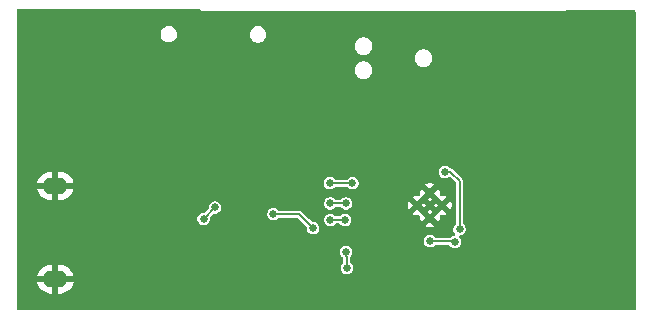
<source format=gbl>
%TF.GenerationSoftware,KiCad,Pcbnew,9.0.3*%
%TF.CreationDate,2025-09-07T06:19:25+02:00*%
%TF.ProjectId,LoTiBloxy,4c6f5469-426c-46f7-9879-2e6b69636164,rev?*%
%TF.SameCoordinates,Original*%
%TF.FileFunction,Copper,L2,Bot*%
%TF.FilePolarity,Positive*%
%FSLAX46Y46*%
G04 Gerber Fmt 4.6, Leading zero omitted, Abs format (unit mm)*
G04 Created by KiCad (PCBNEW 9.0.3) date 2025-09-07 06:19:25*
%MOMM*%
%LPD*%
G01*
G04 APERTURE LIST*
%TA.AperFunction,ComponentPad*%
%ADD10C,0.650000*%
%TD*%
%TA.AperFunction,ComponentPad*%
%ADD11O,2.108200X1.422400*%
%TD*%
%TA.AperFunction,ViaPad*%
%ADD12C,0.600000*%
%TD*%
%TA.AperFunction,ViaPad*%
%ADD13C,0.650000*%
%TD*%
%TA.AperFunction,Conductor*%
%ADD14C,0.200000*%
%TD*%
G04 APERTURE END LIST*
D10*
%TO.P,U2,33,EGP*%
%TO.N,GND*%
X115565000Y-99268196D03*
X114540000Y-100318196D03*
X114540000Y-98218196D03*
X114539997Y-99268196D03*
X113465000Y-99268196D03*
%TD*%
D11*
%TO.P,J3,6,Shield*%
%TO.N,GND*%
X82829299Y-97625000D03*
X82829299Y-105525000D03*
%TD*%
D12*
%TO.N,GND*%
X96174700Y-100975300D03*
X95325000Y-101750000D03*
X92850000Y-104250000D03*
X84375000Y-105525000D03*
X124495000Y-97955000D03*
X85450000Y-97750000D03*
X87050000Y-99100000D03*
X120000000Y-91875000D03*
X91650000Y-93000000D03*
X96250000Y-107600000D03*
X95321600Y-106771600D03*
X113300000Y-93738196D03*
X106400000Y-105750000D03*
X126150000Y-102725000D03*
X114525000Y-104925000D03*
X120950000Y-101900000D03*
X131075000Y-103900000D03*
X111060735Y-104909137D03*
X98166800Y-96316800D03*
X103775000Y-104200000D03*
X115640000Y-92410000D03*
X82850000Y-95950000D03*
X123700000Y-86800000D03*
X124500000Y-96300000D03*
X100875000Y-94350000D03*
X93200000Y-91200000D03*
X90450000Y-100600000D03*
X116700000Y-93700000D03*
X102880000Y-103105000D03*
X93175000Y-88975000D03*
X123250000Y-95200000D03*
X94300000Y-94000000D03*
X114350000Y-92700000D03*
X99475000Y-97325000D03*
X119585000Y-106050001D03*
X119845000Y-102795000D03*
X124600000Y-102800000D03*
X90000000Y-88975000D03*
X93250000Y-93200000D03*
X98960000Y-95140000D03*
X81225000Y-100375000D03*
X112050000Y-105850000D03*
X82850000Y-103850000D03*
X128250000Y-102800000D03*
X93088873Y-99038873D03*
X87200000Y-100250000D03*
X93975000Y-105374400D03*
X82800000Y-106825000D03*
X82850000Y-99400000D03*
X105475000Y-87600000D03*
X123245000Y-98895000D03*
X110375000Y-103896400D03*
X81200000Y-102700000D03*
X86732618Y-104056948D03*
X94350000Y-92250000D03*
X110175000Y-84575000D03*
X127250000Y-103650000D03*
X122301804Y-102798196D03*
X121900000Y-94700000D03*
X91850000Y-99650000D03*
X103250000Y-91850000D03*
X123390000Y-103640000D03*
X101600000Y-106000000D03*
X85400000Y-105150000D03*
X93975000Y-102991294D03*
X94300000Y-90200000D03*
X103250000Y-93475000D03*
X113600000Y-105850000D03*
X109480000Y-103080000D03*
X81000000Y-97600000D03*
D13*
%TO.N,/VLED*%
X95376600Y-100406600D03*
X96331902Y-99451298D03*
%TO.N,/VDD_1V8*%
X117043200Y-101295200D03*
X114550000Y-102300000D03*
X116659018Y-102379509D03*
X107500000Y-104565000D03*
X115800000Y-96450000D03*
X107450000Y-103215000D03*
%TO.N,/MCU/batCheck*%
X104650000Y-101200000D03*
X101281475Y-100025000D03*
%TO.N,/SDA*%
X106100000Y-99100000D03*
X107430000Y-99100000D03*
%TO.N,/SCL*%
X106050000Y-97400000D03*
X107975000Y-97400000D03*
%TO.N,/INTB*%
X106104000Y-100500000D03*
X107354000Y-100500000D03*
%TD*%
D14*
%TO.N,/VDD_1V8*%
X114739998Y-102300000D02*
X114751198Y-102311200D01*
X114550000Y-102300000D02*
X114739998Y-102300000D01*
X116361200Y-102311200D02*
X116429509Y-102379509D01*
X116429509Y-102379509D02*
X116659018Y-102379509D01*
X114751198Y-102311200D02*
X116361200Y-102311200D01*
%TO.N,/VLED*%
X96331902Y-99451298D02*
X95376600Y-100406600D01*
%TO.N,/VDD_1V8*%
X115800000Y-96450000D02*
X116262000Y-96450000D01*
X116262000Y-96450000D02*
X117043200Y-97231200D01*
X107500000Y-103650000D02*
X107500000Y-104565000D01*
X107450000Y-103215000D02*
X107450000Y-103600000D01*
X117043200Y-97231200D02*
X117043200Y-101295200D01*
X107450000Y-103600000D02*
X107500000Y-103650000D01*
%TO.N,/MCU/batCheck*%
X103475000Y-100025000D02*
X101281475Y-100025000D01*
X104650000Y-101200000D02*
X103475000Y-100025000D01*
%TO.N,/SDA*%
X107430000Y-99100000D02*
X106100000Y-99100000D01*
%TO.N,/SCL*%
X107975000Y-97400000D02*
X106050000Y-97400000D01*
%TO.N,/INTB*%
X107354000Y-100500000D02*
X106104000Y-100500000D01*
%TD*%
%TA.AperFunction,Conductor*%
%TO.N,GND*%
G36*
X95015677Y-82644685D02*
G01*
X95036319Y-82661319D01*
X95175000Y-82800000D01*
X126000000Y-82800000D01*
X126013681Y-82786319D01*
X126075004Y-82752834D01*
X126101362Y-82750000D01*
X131826000Y-82750000D01*
X131893039Y-82769685D01*
X131938794Y-82822489D01*
X131950000Y-82874000D01*
X131950000Y-108026000D01*
X131930315Y-108093039D01*
X131877511Y-108138794D01*
X131826000Y-108150000D01*
X79674000Y-108150000D01*
X79606961Y-108130315D01*
X79561206Y-108077511D01*
X79550000Y-108026000D01*
X79550000Y-105275000D01*
X81299699Y-105275000D01*
X82309811Y-105275000D01*
X82299247Y-105281099D01*
X82242498Y-105337848D01*
X82202371Y-105407352D01*
X82181599Y-105484872D01*
X82181599Y-105565128D01*
X82202371Y-105642648D01*
X82242498Y-105712152D01*
X82299247Y-105768901D01*
X82309811Y-105775000D01*
X81299699Y-105775000D01*
X81305025Y-105808630D01*
X81363934Y-105989936D01*
X81450488Y-106159807D01*
X81562550Y-106314045D01*
X81562550Y-106314046D01*
X81697352Y-106448848D01*
X81851591Y-106560910D01*
X82021462Y-106647464D01*
X82202772Y-106706375D01*
X82391077Y-106736200D01*
X82579299Y-106736200D01*
X82579299Y-105829800D01*
X83079299Y-105829800D01*
X83079299Y-106736200D01*
X83267521Y-106736200D01*
X83455823Y-106706375D01*
X83455826Y-106706375D01*
X83637135Y-106647464D01*
X83807006Y-106560910D01*
X83961244Y-106448848D01*
X83961245Y-106448848D01*
X84096047Y-106314046D01*
X84096047Y-106314045D01*
X84208109Y-106159807D01*
X84294663Y-105989936D01*
X84353572Y-105808630D01*
X84358899Y-105775000D01*
X83348787Y-105775000D01*
X83359351Y-105768901D01*
X83416100Y-105712152D01*
X83456227Y-105642648D01*
X83476999Y-105565128D01*
X83476999Y-105484872D01*
X83456227Y-105407352D01*
X83416100Y-105337848D01*
X83359351Y-105281099D01*
X83348787Y-105275000D01*
X84358899Y-105275000D01*
X84353572Y-105241369D01*
X84294663Y-105060063D01*
X84208109Y-104890192D01*
X84096047Y-104735954D01*
X84096047Y-104735953D01*
X83961245Y-104601151D01*
X83807006Y-104489089D01*
X83637135Y-104402535D01*
X83455825Y-104343624D01*
X83267521Y-104313800D01*
X83079299Y-104313800D01*
X83079299Y-105220200D01*
X82579299Y-105220200D01*
X82579299Y-104313800D01*
X82391077Y-104313800D01*
X82202774Y-104343624D01*
X82202771Y-104343624D01*
X82021462Y-104402535D01*
X81851591Y-104489089D01*
X81697353Y-104601151D01*
X81697352Y-104601151D01*
X81562550Y-104735953D01*
X81562550Y-104735954D01*
X81450488Y-104890192D01*
X81363934Y-105060063D01*
X81305025Y-105241369D01*
X81299699Y-105275000D01*
X79550000Y-105275000D01*
X79550000Y-103145817D01*
X106924500Y-103145817D01*
X106924500Y-103284182D01*
X106960312Y-103417835D01*
X106960313Y-103417838D01*
X107029492Y-103537661D01*
X107029496Y-103537666D01*
X107132633Y-103640803D01*
X107136926Y-103647165D01*
X107140780Y-103649788D01*
X107147428Y-103662725D01*
X107159069Y-103679974D01*
X107162476Y-103687988D01*
X107169979Y-103715989D01*
X107186662Y-103744885D01*
X107189617Y-103751836D01*
X107192027Y-103772458D01*
X107199500Y-103800346D01*
X107199500Y-104070968D01*
X107179815Y-104138007D01*
X107163181Y-104158649D01*
X107079496Y-104242333D01*
X107079492Y-104242338D01*
X107010313Y-104362161D01*
X107010312Y-104362164D01*
X106974500Y-104495817D01*
X106974500Y-104634183D01*
X107001770Y-104735954D01*
X107010312Y-104767835D01*
X107010313Y-104767838D01*
X107079492Y-104887661D01*
X107079494Y-104887664D01*
X107079495Y-104887665D01*
X107177335Y-104985505D01*
X107297164Y-105054688D01*
X107430817Y-105090500D01*
X107430819Y-105090500D01*
X107569181Y-105090500D01*
X107569183Y-105090500D01*
X107702836Y-105054688D01*
X107822665Y-104985505D01*
X107920505Y-104887665D01*
X107989688Y-104767836D01*
X108025500Y-104634183D01*
X108025500Y-104495817D01*
X107989688Y-104362164D01*
X107920505Y-104242335D01*
X107836819Y-104158649D01*
X107803334Y-104097326D01*
X107800500Y-104070968D01*
X107800500Y-103659032D01*
X107820185Y-103591993D01*
X107836820Y-103571350D01*
X107870503Y-103537667D01*
X107870503Y-103537666D01*
X107870505Y-103537665D01*
X107939688Y-103417836D01*
X107975500Y-103284183D01*
X107975500Y-103145817D01*
X107939688Y-103012164D01*
X107905096Y-102952249D01*
X107870507Y-102892338D01*
X107870503Y-102892333D01*
X107772666Y-102794496D01*
X107772661Y-102794492D01*
X107652838Y-102725313D01*
X107652837Y-102725312D01*
X107652836Y-102725312D01*
X107519183Y-102689500D01*
X107380817Y-102689500D01*
X107247164Y-102725312D01*
X107247161Y-102725313D01*
X107127338Y-102794492D01*
X107127333Y-102794496D01*
X107029496Y-102892333D01*
X107029492Y-102892338D01*
X106960313Y-103012161D01*
X106960312Y-103012164D01*
X106924500Y-103145817D01*
X79550000Y-103145817D01*
X79550000Y-102230817D01*
X114024500Y-102230817D01*
X114024500Y-102369183D01*
X114045805Y-102448692D01*
X114060312Y-102502835D01*
X114060313Y-102502838D01*
X114129492Y-102622661D01*
X114129494Y-102622664D01*
X114129495Y-102622665D01*
X114227335Y-102720505D01*
X114227336Y-102720506D01*
X114227338Y-102720507D01*
X114287249Y-102755096D01*
X114347164Y-102789688D01*
X114480817Y-102825500D01*
X114480819Y-102825500D01*
X114619181Y-102825500D01*
X114619183Y-102825500D01*
X114752836Y-102789688D01*
X114872665Y-102720505D01*
X114945152Y-102648018D01*
X115006476Y-102614534D01*
X115032833Y-102611700D01*
X116114686Y-102611700D01*
X116181725Y-102631385D01*
X116222073Y-102673700D01*
X116238510Y-102702170D01*
X116238512Y-102702173D01*
X116238513Y-102702174D01*
X116336353Y-102800014D01*
X116336354Y-102800015D01*
X116336356Y-102800016D01*
X116380496Y-102825500D01*
X116456182Y-102869197D01*
X116589835Y-102905009D01*
X116589837Y-102905009D01*
X116728199Y-102905009D01*
X116728201Y-102905009D01*
X116861854Y-102869197D01*
X116981683Y-102800014D01*
X117079523Y-102702174D01*
X117148706Y-102582345D01*
X117184518Y-102448692D01*
X117184518Y-102310326D01*
X117148706Y-102176673D01*
X117079523Y-102056844D01*
X117052094Y-102029415D01*
X117018609Y-101968092D01*
X117023593Y-101898400D01*
X117065465Y-101842467D01*
X117107682Y-101821959D01*
X117112381Y-101820700D01*
X117112383Y-101820700D01*
X117246036Y-101784888D01*
X117365865Y-101715705D01*
X117463705Y-101617865D01*
X117532888Y-101498036D01*
X117568700Y-101364383D01*
X117568700Y-101226017D01*
X117532888Y-101092364D01*
X117494284Y-101025499D01*
X117463707Y-100972538D01*
X117463703Y-100972533D01*
X117380019Y-100888849D01*
X117346534Y-100827526D01*
X117343700Y-100801168D01*
X117343700Y-97191640D01*
X117343700Y-97191638D01*
X117324499Y-97119979D01*
X117323222Y-97115212D01*
X117283660Y-97046689D01*
X116446511Y-96209540D01*
X116446509Y-96209539D01*
X116446504Y-96209535D01*
X116377995Y-96169982D01*
X116377990Y-96169979D01*
X116352513Y-96163152D01*
X116301562Y-96149500D01*
X116301560Y-96149500D01*
X116294032Y-96149500D01*
X116226993Y-96129815D01*
X116206351Y-96113181D01*
X116122666Y-96029496D01*
X116122661Y-96029492D01*
X116002838Y-95960313D01*
X116002837Y-95960312D01*
X116002836Y-95960312D01*
X115869183Y-95924500D01*
X115730817Y-95924500D01*
X115597164Y-95960312D01*
X115597161Y-95960313D01*
X115477338Y-96029492D01*
X115477333Y-96029496D01*
X115379496Y-96127333D01*
X115379492Y-96127338D01*
X115310313Y-96247161D01*
X115310312Y-96247164D01*
X115274500Y-96380817D01*
X115274500Y-96519182D01*
X115310312Y-96652835D01*
X115310313Y-96652838D01*
X115379492Y-96772661D01*
X115379494Y-96772664D01*
X115379495Y-96772665D01*
X115477335Y-96870505D01*
X115477336Y-96870506D01*
X115477338Y-96870507D01*
X115485280Y-96875092D01*
X115597164Y-96939688D01*
X115730817Y-96975500D01*
X115730819Y-96975500D01*
X115869181Y-96975500D01*
X115869183Y-96975500D01*
X116002836Y-96939688D01*
X116122665Y-96870505D01*
X116122667Y-96870502D01*
X116125767Y-96868713D01*
X116193667Y-96852240D01*
X116259694Y-96875092D01*
X116275448Y-96888419D01*
X116706381Y-97319352D01*
X116739866Y-97380675D01*
X116742700Y-97407033D01*
X116742700Y-100801168D01*
X116723015Y-100868207D01*
X116706381Y-100888849D01*
X116622696Y-100972533D01*
X116622692Y-100972538D01*
X116553513Y-101092361D01*
X116553512Y-101092364D01*
X116517700Y-101226017D01*
X116517700Y-101364383D01*
X116528004Y-101402836D01*
X116553512Y-101498035D01*
X116553513Y-101498038D01*
X116622692Y-101617861D01*
X116622696Y-101617866D01*
X116650123Y-101645293D01*
X116683608Y-101706616D01*
X116678624Y-101776308D01*
X116636752Y-101832241D01*
X116594536Y-101852749D01*
X116456180Y-101889821D01*
X116456179Y-101889822D01*
X116336356Y-101959001D01*
X116336351Y-101959005D01*
X116320976Y-101974381D01*
X116259653Y-102007866D01*
X116233295Y-102010700D01*
X115055232Y-102010700D01*
X114988193Y-101991015D01*
X114967551Y-101974381D01*
X114872666Y-101879496D01*
X114872661Y-101879492D01*
X114752838Y-101810313D01*
X114752837Y-101810312D01*
X114752836Y-101810312D01*
X114619183Y-101774500D01*
X114480817Y-101774500D01*
X114347164Y-101810312D01*
X114347161Y-101810313D01*
X114227338Y-101879492D01*
X114227333Y-101879496D01*
X114129496Y-101977333D01*
X114129492Y-101977338D01*
X114060313Y-102097161D01*
X114060312Y-102097164D01*
X114024500Y-102230817D01*
X79550000Y-102230817D01*
X79550000Y-100337417D01*
X94851100Y-100337417D01*
X94851100Y-100475783D01*
X94876127Y-100569183D01*
X94886912Y-100609435D01*
X94886913Y-100609438D01*
X94956092Y-100729261D01*
X94956094Y-100729264D01*
X94956095Y-100729265D01*
X95053935Y-100827105D01*
X95173764Y-100896288D01*
X95307417Y-100932100D01*
X95307419Y-100932100D01*
X95445781Y-100932100D01*
X95445783Y-100932100D01*
X95579436Y-100896288D01*
X95699265Y-100827105D01*
X95797105Y-100729265D01*
X95866288Y-100609436D01*
X95902100Y-100475783D01*
X95902100Y-100357432D01*
X95921785Y-100290393D01*
X95938419Y-100269751D01*
X96195053Y-100013117D01*
X96256376Y-99979632D01*
X96282734Y-99976798D01*
X96401083Y-99976798D01*
X96401085Y-99976798D01*
X96479388Y-99955817D01*
X100755975Y-99955817D01*
X100755975Y-100094183D01*
X100789438Y-100219067D01*
X100791787Y-100227835D01*
X100791788Y-100227838D01*
X100860967Y-100347661D01*
X100860969Y-100347664D01*
X100860970Y-100347665D01*
X100958810Y-100445505D01*
X100958811Y-100445506D01*
X100958813Y-100445507D01*
X101011253Y-100475783D01*
X101078639Y-100514688D01*
X101212292Y-100550500D01*
X101212294Y-100550500D01*
X101350656Y-100550500D01*
X101350658Y-100550500D01*
X101484311Y-100514688D01*
X101604140Y-100445505D01*
X101687826Y-100361819D01*
X101749149Y-100328334D01*
X101775507Y-100325500D01*
X103299167Y-100325500D01*
X103366206Y-100345185D01*
X103386848Y-100361819D01*
X104088181Y-101063152D01*
X104121666Y-101124475D01*
X104124500Y-101150833D01*
X104124500Y-101269183D01*
X104150009Y-101364382D01*
X104160312Y-101402835D01*
X104160313Y-101402838D01*
X104229492Y-101522661D01*
X104229494Y-101522664D01*
X104229495Y-101522665D01*
X104327335Y-101620505D01*
X104447164Y-101689688D01*
X104580817Y-101725500D01*
X104580819Y-101725500D01*
X104719181Y-101725500D01*
X104719183Y-101725500D01*
X104852836Y-101689688D01*
X104972665Y-101620505D01*
X105070505Y-101522665D01*
X105139688Y-101402836D01*
X105175500Y-101269183D01*
X105175500Y-101130817D01*
X105154696Y-101053176D01*
X114158571Y-101053176D01*
X114299355Y-101111491D01*
X114299363Y-101111493D01*
X114458740Y-101143195D01*
X114458744Y-101143196D01*
X114621256Y-101143196D01*
X114621259Y-101143195D01*
X114780636Y-101111493D01*
X114780644Y-101111491D01*
X114921427Y-101053176D01*
X114540001Y-100671750D01*
X114540000Y-100671750D01*
X114158571Y-101053176D01*
X105154696Y-101053176D01*
X105139688Y-100997164D01*
X105095428Y-100920503D01*
X105070507Y-100877338D01*
X105070503Y-100877333D01*
X104972666Y-100779496D01*
X104972661Y-100779492D01*
X104852838Y-100710313D01*
X104852837Y-100710312D01*
X104852836Y-100710312D01*
X104719183Y-100674500D01*
X104600833Y-100674500D01*
X104571392Y-100665855D01*
X104541406Y-100659332D01*
X104536390Y-100655577D01*
X104533794Y-100654815D01*
X104513152Y-100638181D01*
X104305788Y-100430817D01*
X105578500Y-100430817D01*
X105578500Y-100569183D01*
X105608495Y-100681124D01*
X105614312Y-100702835D01*
X105614313Y-100702838D01*
X105683492Y-100822661D01*
X105683494Y-100822664D01*
X105683495Y-100822665D01*
X105781335Y-100920505D01*
X105901164Y-100989688D01*
X106034817Y-101025500D01*
X106034819Y-101025500D01*
X106173181Y-101025500D01*
X106173183Y-101025500D01*
X106306836Y-100989688D01*
X106426665Y-100920505D01*
X106510351Y-100836819D01*
X106571674Y-100803334D01*
X106598032Y-100800500D01*
X106859968Y-100800500D01*
X106927007Y-100820185D01*
X106947649Y-100836819D01*
X107031335Y-100920505D01*
X107151164Y-100989688D01*
X107284817Y-101025500D01*
X107284819Y-101025500D01*
X107423181Y-101025500D01*
X107423183Y-101025500D01*
X107556836Y-100989688D01*
X107676665Y-100920505D01*
X107774505Y-100822665D01*
X107843688Y-100702836D01*
X107879500Y-100569183D01*
X107879500Y-100430817D01*
X107843688Y-100297164D01*
X107774505Y-100177335D01*
X107676665Y-100079495D01*
X107676664Y-100079494D01*
X107676661Y-100079492D01*
X107659785Y-100069749D01*
X107556838Y-100010313D01*
X107556837Y-100010312D01*
X107556836Y-100010312D01*
X107530204Y-100003176D01*
X113083571Y-100003176D01*
X113224355Y-100061491D01*
X113224363Y-100061493D01*
X113383740Y-100093195D01*
X113383744Y-100093196D01*
X113546256Y-100093196D01*
X113546256Y-100093195D01*
X113569708Y-100088531D01*
X113639300Y-100094758D01*
X113694477Y-100137621D01*
X113717722Y-100203510D01*
X113715518Y-100234338D01*
X113715000Y-100236942D01*
X113715000Y-100399455D01*
X113746702Y-100558832D01*
X113746704Y-100558840D01*
X113805017Y-100699622D01*
X114186446Y-100318196D01*
X114151636Y-100283386D01*
X114365000Y-100283386D01*
X114365000Y-100353006D01*
X114391643Y-100417325D01*
X114440871Y-100466553D01*
X114505190Y-100493196D01*
X114574810Y-100493196D01*
X114639129Y-100466553D01*
X114688357Y-100417325D01*
X114715000Y-100353006D01*
X114715000Y-100318196D01*
X114893554Y-100318196D01*
X115274980Y-100699623D01*
X115333295Y-100558840D01*
X115333297Y-100558832D01*
X115364999Y-100399455D01*
X115365000Y-100399452D01*
X115365000Y-100236940D01*
X115364403Y-100230878D01*
X115366844Y-100230637D01*
X115372116Y-100171786D01*
X115414984Y-100116612D01*
X115480876Y-100093373D01*
X115487502Y-100093196D01*
X115646256Y-100093196D01*
X115646259Y-100093195D01*
X115805636Y-100061493D01*
X115805644Y-100061491D01*
X115946427Y-100003176D01*
X115565000Y-99621750D01*
X115368605Y-99818144D01*
X115359879Y-99847863D01*
X115343245Y-99868505D01*
X114893554Y-100318196D01*
X114715000Y-100318196D01*
X114715000Y-100283386D01*
X114688357Y-100219067D01*
X114639129Y-100169839D01*
X114574810Y-100143196D01*
X114505190Y-100143196D01*
X114440871Y-100169839D01*
X114391643Y-100219067D01*
X114365000Y-100283386D01*
X114151636Y-100283386D01*
X113965051Y-100096801D01*
X113935333Y-100088075D01*
X113914691Y-100071441D01*
X113672762Y-99829512D01*
X113636444Y-99793194D01*
X114368552Y-99793194D01*
X114539999Y-99964641D01*
X114711444Y-99793196D01*
X114539998Y-99621750D01*
X114368552Y-99793194D01*
X113636444Y-99793194D01*
X113465001Y-99621750D01*
X113465000Y-99621750D01*
X113083571Y-100003176D01*
X107530204Y-100003176D01*
X107423183Y-99974500D01*
X107284817Y-99974500D01*
X107151164Y-100010312D01*
X107151161Y-100010313D01*
X107031338Y-100079492D01*
X107031333Y-100079496D01*
X106947649Y-100163181D01*
X106886326Y-100196666D01*
X106859968Y-100199500D01*
X106598032Y-100199500D01*
X106530993Y-100179815D01*
X106510351Y-100163181D01*
X106426666Y-100079496D01*
X106426661Y-100079492D01*
X106306838Y-100010313D01*
X106306837Y-100010312D01*
X106306836Y-100010312D01*
X106173183Y-99974500D01*
X106034817Y-99974500D01*
X105901164Y-100010312D01*
X105901161Y-100010313D01*
X105781338Y-100079492D01*
X105781333Y-100079496D01*
X105683496Y-100177333D01*
X105683492Y-100177338D01*
X105614313Y-100297161D01*
X105614312Y-100297164D01*
X105578500Y-100430817D01*
X104305788Y-100430817D01*
X103659510Y-99784539D01*
X103650351Y-99779251D01*
X103641191Y-99773963D01*
X103590991Y-99744980D01*
X103590990Y-99744979D01*
X103565513Y-99738152D01*
X103514562Y-99724500D01*
X103514560Y-99724500D01*
X101775507Y-99724500D01*
X101708468Y-99704815D01*
X101687826Y-99688181D01*
X101604141Y-99604496D01*
X101604136Y-99604492D01*
X101484313Y-99535313D01*
X101484312Y-99535312D01*
X101484311Y-99535312D01*
X101350658Y-99499500D01*
X101212292Y-99499500D01*
X101078639Y-99535312D01*
X101078636Y-99535313D01*
X100958813Y-99604492D01*
X100958808Y-99604496D01*
X100860971Y-99702333D01*
X100860967Y-99702338D01*
X100791788Y-99822161D01*
X100791787Y-99822164D01*
X100755975Y-99955817D01*
X96479388Y-99955817D01*
X96534738Y-99940986D01*
X96654567Y-99871803D01*
X96752407Y-99773963D01*
X96821590Y-99654134D01*
X96857402Y-99520481D01*
X96857402Y-99382115D01*
X96821590Y-99248462D01*
X96786068Y-99186936D01*
X96752409Y-99128636D01*
X96752405Y-99128631D01*
X96654591Y-99030817D01*
X105574500Y-99030817D01*
X105574500Y-99169183D01*
X105601031Y-99268196D01*
X105610312Y-99302835D01*
X105610313Y-99302838D01*
X105679492Y-99422661D01*
X105679494Y-99422664D01*
X105679495Y-99422665D01*
X105777335Y-99520505D01*
X105777336Y-99520506D01*
X105777338Y-99520507D01*
X105802983Y-99535313D01*
X105897164Y-99589688D01*
X106030817Y-99625500D01*
X106030819Y-99625500D01*
X106169181Y-99625500D01*
X106169183Y-99625500D01*
X106302836Y-99589688D01*
X106422665Y-99520505D01*
X106506351Y-99436819D01*
X106567674Y-99403334D01*
X106594032Y-99400500D01*
X106935968Y-99400500D01*
X107003007Y-99420185D01*
X107023649Y-99436819D01*
X107107335Y-99520505D01*
X107107336Y-99520506D01*
X107107338Y-99520507D01*
X107132983Y-99535313D01*
X107227164Y-99589688D01*
X107360817Y-99625500D01*
X107360819Y-99625500D01*
X107499181Y-99625500D01*
X107499183Y-99625500D01*
X107632836Y-99589688D01*
X107752665Y-99520505D01*
X107850505Y-99422665D01*
X107919688Y-99302836D01*
X107950743Y-99186936D01*
X112640000Y-99186936D01*
X112640000Y-99349455D01*
X112671702Y-99508832D01*
X112671704Y-99508840D01*
X112730017Y-99649622D01*
X113111446Y-99268196D01*
X113111446Y-99268195D01*
X113076637Y-99233386D01*
X113290000Y-99233386D01*
X113290000Y-99303006D01*
X113316643Y-99367325D01*
X113365871Y-99416553D01*
X113430190Y-99443196D01*
X113499810Y-99443196D01*
X113564129Y-99416553D01*
X113613357Y-99367325D01*
X113640000Y-99303006D01*
X113640000Y-99268196D01*
X113818554Y-99268196D01*
X113818554Y-99268197D01*
X114002497Y-99452140D01*
X114186442Y-99268195D01*
X114151633Y-99233386D01*
X114364997Y-99233386D01*
X114364997Y-99303006D01*
X114391640Y-99367325D01*
X114440868Y-99416553D01*
X114505187Y-99443196D01*
X114574807Y-99443196D01*
X114639126Y-99416553D01*
X114688354Y-99367325D01*
X114714997Y-99303006D01*
X114714997Y-99268196D01*
X114893551Y-99268196D01*
X114893551Y-99268197D01*
X115052497Y-99427143D01*
X115211445Y-99268195D01*
X115176636Y-99233386D01*
X115390000Y-99233386D01*
X115390000Y-99303006D01*
X115416643Y-99367325D01*
X115465871Y-99416553D01*
X115530190Y-99443196D01*
X115599810Y-99443196D01*
X115664129Y-99416553D01*
X115713357Y-99367325D01*
X115740000Y-99303006D01*
X115740000Y-99268195D01*
X115918554Y-99268195D01*
X115918554Y-99268197D01*
X116299980Y-99649623D01*
X116358295Y-99508840D01*
X116358297Y-99508832D01*
X116389999Y-99349455D01*
X116390000Y-99349452D01*
X116390000Y-99186940D01*
X116389999Y-99186936D01*
X116358297Y-99027559D01*
X116358295Y-99027551D01*
X116299980Y-98886767D01*
X115918554Y-99268195D01*
X115740000Y-99268195D01*
X115740000Y-99233386D01*
X115713357Y-99169067D01*
X115664129Y-99119839D01*
X115599810Y-99093196D01*
X115530190Y-99093196D01*
X115465871Y-99119839D01*
X115416643Y-99169067D01*
X115390000Y-99233386D01*
X115176636Y-99233386D01*
X115052498Y-99109248D01*
X114893551Y-99268196D01*
X114714997Y-99268196D01*
X114714997Y-99233386D01*
X114688354Y-99169067D01*
X114639126Y-99119839D01*
X114574807Y-99093196D01*
X114505187Y-99093196D01*
X114440868Y-99119839D01*
X114391640Y-99169067D01*
X114364997Y-99233386D01*
X114151633Y-99233386D01*
X114002498Y-99084251D01*
X113818554Y-99268196D01*
X113640000Y-99268196D01*
X113640000Y-99233386D01*
X113613357Y-99169067D01*
X113564129Y-99119839D01*
X113499810Y-99093196D01*
X113430190Y-99093196D01*
X113365871Y-99119839D01*
X113316643Y-99169067D01*
X113290000Y-99233386D01*
X113076637Y-99233386D01*
X112730018Y-98886767D01*
X112671704Y-99027550D01*
X112671701Y-99027559D01*
X112640000Y-99186936D01*
X107950743Y-99186936D01*
X107955500Y-99169183D01*
X107955500Y-99030817D01*
X107919688Y-98897164D01*
X107850505Y-98777335D01*
X107752665Y-98679495D01*
X107752664Y-98679494D01*
X107752661Y-98679492D01*
X107632838Y-98610313D01*
X107632837Y-98610312D01*
X107632836Y-98610312D01*
X107499183Y-98574500D01*
X107360817Y-98574500D01*
X107227164Y-98610312D01*
X107227161Y-98610313D01*
X107107338Y-98679492D01*
X107107333Y-98679496D01*
X107023649Y-98763181D01*
X106962326Y-98796666D01*
X106935968Y-98799500D01*
X106594032Y-98799500D01*
X106526993Y-98779815D01*
X106506351Y-98763181D01*
X106422666Y-98679496D01*
X106422661Y-98679492D01*
X106302838Y-98610313D01*
X106302837Y-98610312D01*
X106302836Y-98610312D01*
X106169183Y-98574500D01*
X106030817Y-98574500D01*
X105897164Y-98610312D01*
X105897161Y-98610313D01*
X105777338Y-98679492D01*
X105777333Y-98679496D01*
X105679496Y-98777333D01*
X105679492Y-98777338D01*
X105610313Y-98897161D01*
X105610312Y-98897164D01*
X105574500Y-99030817D01*
X96654591Y-99030817D01*
X96654568Y-99030794D01*
X96654563Y-99030790D01*
X96534740Y-98961611D01*
X96534739Y-98961610D01*
X96534738Y-98961610D01*
X96401085Y-98925798D01*
X96262719Y-98925798D01*
X96129066Y-98961610D01*
X96129063Y-98961611D01*
X96009240Y-99030790D01*
X96009235Y-99030794D01*
X95911398Y-99128631D01*
X95911394Y-99128636D01*
X95842215Y-99248459D01*
X95842214Y-99248462D01*
X95806402Y-99382115D01*
X95806402Y-99500464D01*
X95786717Y-99567503D01*
X95770083Y-99588145D01*
X95513447Y-99844781D01*
X95452124Y-99878266D01*
X95425766Y-99881100D01*
X95307417Y-99881100D01*
X95173764Y-99916912D01*
X95173761Y-99916913D01*
X95053938Y-99986092D01*
X95053933Y-99986096D01*
X94956096Y-100083933D01*
X94956092Y-100083938D01*
X94886913Y-100203761D01*
X94886912Y-100203764D01*
X94851100Y-100337417D01*
X79550000Y-100337417D01*
X79550000Y-97375000D01*
X81299699Y-97375000D01*
X82309811Y-97375000D01*
X82299247Y-97381099D01*
X82242498Y-97437848D01*
X82202371Y-97507352D01*
X82181599Y-97584872D01*
X82181599Y-97665128D01*
X82202371Y-97742648D01*
X82242498Y-97812152D01*
X82299247Y-97868901D01*
X82309811Y-97875000D01*
X81299699Y-97875000D01*
X81305025Y-97908630D01*
X81363934Y-98089936D01*
X81450488Y-98259807D01*
X81562550Y-98414045D01*
X81562550Y-98414046D01*
X81697352Y-98548848D01*
X81851591Y-98660910D01*
X82021462Y-98747464D01*
X82202772Y-98806375D01*
X82391077Y-98836200D01*
X82579299Y-98836200D01*
X82579299Y-97929800D01*
X83079299Y-97929800D01*
X83079299Y-98836200D01*
X83267521Y-98836200D01*
X83455823Y-98806375D01*
X83455826Y-98806375D01*
X83637135Y-98747464D01*
X83807006Y-98660910D01*
X83961244Y-98548848D01*
X83961245Y-98548848D01*
X83976879Y-98533214D01*
X113083571Y-98533214D01*
X113464999Y-98914642D01*
X113636445Y-98743197D01*
X114368552Y-98743197D01*
X114539996Y-98914641D01*
X114711444Y-98743193D01*
X114540001Y-98571750D01*
X114368552Y-98743197D01*
X113636445Y-98743197D01*
X113775489Y-98604153D01*
X113914691Y-98464951D01*
X113969762Y-98434879D01*
X114186446Y-98218196D01*
X114186446Y-98218195D01*
X114151637Y-98183386D01*
X114365000Y-98183386D01*
X114365000Y-98253006D01*
X114391643Y-98317325D01*
X114440871Y-98366553D01*
X114505190Y-98393196D01*
X114574810Y-98393196D01*
X114639129Y-98366553D01*
X114688357Y-98317325D01*
X114715000Y-98253006D01*
X114715000Y-98218195D01*
X114893554Y-98218195D01*
X114893554Y-98218196D01*
X115343245Y-98667887D01*
X115373316Y-98722958D01*
X115565000Y-98914642D01*
X115565001Y-98914642D01*
X115946427Y-98533214D01*
X115805644Y-98474900D01*
X115805636Y-98474898D01*
X115646259Y-98443196D01*
X115487502Y-98443196D01*
X115420463Y-98423511D01*
X115374708Y-98370707D01*
X115365347Y-98305607D01*
X115364403Y-98305514D01*
X115364781Y-98301670D01*
X115364764Y-98301549D01*
X115364833Y-98301143D01*
X115365000Y-98299452D01*
X115365000Y-98136940D01*
X115364999Y-98136936D01*
X115333297Y-97977559D01*
X115333295Y-97977551D01*
X115274980Y-97836767D01*
X114893554Y-98218195D01*
X114715000Y-98218195D01*
X114715000Y-98183386D01*
X114688357Y-98119067D01*
X114639129Y-98069839D01*
X114574810Y-98043196D01*
X114505190Y-98043196D01*
X114440871Y-98069839D01*
X114391643Y-98119067D01*
X114365000Y-98183386D01*
X114151637Y-98183386D01*
X113805018Y-97836767D01*
X113746704Y-97977550D01*
X113746701Y-97977559D01*
X113715000Y-98136936D01*
X113715000Y-98299451D01*
X113715517Y-98302050D01*
X113715392Y-98303439D01*
X113715597Y-98305514D01*
X113715203Y-98305552D01*
X113709290Y-98371642D01*
X113666428Y-98426820D01*
X113600539Y-98450065D01*
X113569712Y-98447861D01*
X113546256Y-98443196D01*
X113383740Y-98443196D01*
X113224363Y-98474897D01*
X113224354Y-98474900D01*
X113083571Y-98533214D01*
X83976879Y-98533214D01*
X84096047Y-98414046D01*
X84096047Y-98414045D01*
X84208109Y-98259807D01*
X84294663Y-98089936D01*
X84353572Y-97908630D01*
X84358899Y-97875000D01*
X83348787Y-97875000D01*
X83359351Y-97868901D01*
X83416100Y-97812152D01*
X83456227Y-97742648D01*
X83476999Y-97665128D01*
X83476999Y-97584872D01*
X83456227Y-97507352D01*
X83416100Y-97437848D01*
X83359351Y-97381099D01*
X83348787Y-97375000D01*
X84358900Y-97375000D01*
X84358899Y-97374999D01*
X84353687Y-97342086D01*
X84353687Y-97342085D01*
X84353574Y-97341375D01*
X84353574Y-97341373D01*
X84350144Y-97330817D01*
X105524500Y-97330817D01*
X105524500Y-97469183D01*
X105534728Y-97507352D01*
X105560312Y-97602835D01*
X105560313Y-97602838D01*
X105629492Y-97722661D01*
X105629494Y-97722664D01*
X105629495Y-97722665D01*
X105727335Y-97820505D01*
X105727336Y-97820506D01*
X105727338Y-97820507D01*
X105787249Y-97855096D01*
X105847164Y-97889688D01*
X105980817Y-97925500D01*
X105980819Y-97925500D01*
X106119181Y-97925500D01*
X106119183Y-97925500D01*
X106252836Y-97889688D01*
X106372665Y-97820505D01*
X106456351Y-97736819D01*
X106517674Y-97703334D01*
X106544032Y-97700500D01*
X107480968Y-97700500D01*
X107548007Y-97720185D01*
X107568649Y-97736819D01*
X107652335Y-97820505D01*
X107652336Y-97820506D01*
X107652338Y-97820507D01*
X107712249Y-97855096D01*
X107772164Y-97889688D01*
X107905817Y-97925500D01*
X107905819Y-97925500D01*
X108044181Y-97925500D01*
X108044183Y-97925500D01*
X108177836Y-97889688D01*
X108297665Y-97820505D01*
X108395505Y-97722665D01*
X108464688Y-97602836D01*
X108496740Y-97483214D01*
X114158571Y-97483214D01*
X114540000Y-97864642D01*
X114540001Y-97864642D01*
X114921427Y-97483214D01*
X114780644Y-97424900D01*
X114780636Y-97424898D01*
X114621259Y-97393196D01*
X114458740Y-97393196D01*
X114299363Y-97424897D01*
X114299354Y-97424900D01*
X114158571Y-97483214D01*
X108496740Y-97483214D01*
X108500500Y-97469183D01*
X108500500Y-97330817D01*
X108464688Y-97197164D01*
X108395505Y-97077335D01*
X108297665Y-96979495D01*
X108297664Y-96979494D01*
X108297661Y-96979492D01*
X108177838Y-96910313D01*
X108177837Y-96910312D01*
X108177836Y-96910312D01*
X108044183Y-96874500D01*
X107905817Y-96874500D01*
X107772164Y-96910312D01*
X107772161Y-96910313D01*
X107652338Y-96979492D01*
X107652333Y-96979496D01*
X107568649Y-97063181D01*
X107507326Y-97096666D01*
X107480968Y-97099500D01*
X106544032Y-97099500D01*
X106476993Y-97079815D01*
X106456351Y-97063181D01*
X106372666Y-96979496D01*
X106372661Y-96979492D01*
X106252838Y-96910313D01*
X106252837Y-96910312D01*
X106252836Y-96910312D01*
X106119183Y-96874500D01*
X105980817Y-96874500D01*
X105847164Y-96910312D01*
X105847161Y-96910313D01*
X105727338Y-96979492D01*
X105727333Y-96979496D01*
X105629496Y-97077333D01*
X105629492Y-97077338D01*
X105560313Y-97197161D01*
X105560312Y-97197164D01*
X105524500Y-97330817D01*
X84350144Y-97330817D01*
X84294663Y-97160063D01*
X84208109Y-96990192D01*
X84096047Y-96835954D01*
X84096047Y-96835953D01*
X83961245Y-96701151D01*
X83807006Y-96589089D01*
X83637135Y-96502535D01*
X83455825Y-96443624D01*
X83267521Y-96413800D01*
X83079299Y-96413800D01*
X83079299Y-97320200D01*
X82579299Y-97320200D01*
X82579299Y-96413800D01*
X82391077Y-96413800D01*
X82202774Y-96443624D01*
X82202771Y-96443624D01*
X82021462Y-96502535D01*
X81851591Y-96589089D01*
X81697353Y-96701151D01*
X81697352Y-96701151D01*
X81562550Y-96835953D01*
X81562550Y-96835954D01*
X81450488Y-96990192D01*
X81363934Y-97160063D01*
X81305025Y-97341369D01*
X81299699Y-97375000D01*
X79550000Y-97375000D01*
X79550000Y-87742540D01*
X108174200Y-87742540D01*
X108174200Y-87889459D01*
X108202858Y-88033534D01*
X108202861Y-88033544D01*
X108259078Y-88169266D01*
X108259083Y-88169275D01*
X108340698Y-88291419D01*
X108340701Y-88291423D01*
X108444576Y-88395298D01*
X108444580Y-88395301D01*
X108566724Y-88476916D01*
X108566730Y-88476919D01*
X108566731Y-88476920D01*
X108702458Y-88533140D01*
X108846540Y-88561799D01*
X108846544Y-88561800D01*
X108846545Y-88561800D01*
X108993456Y-88561800D01*
X108993457Y-88561799D01*
X109137542Y-88533140D01*
X109273269Y-88476920D01*
X109395420Y-88395301D01*
X109499301Y-88291420D01*
X109580920Y-88169269D01*
X109637140Y-88033542D01*
X109665800Y-87889455D01*
X109665800Y-87742545D01*
X109637140Y-87598458D01*
X109580920Y-87462731D01*
X109580919Y-87462730D01*
X109580916Y-87462724D01*
X109499301Y-87340580D01*
X109499298Y-87340576D01*
X109395423Y-87236701D01*
X109395419Y-87236698D01*
X109273275Y-87155083D01*
X109273266Y-87155078D01*
X109137544Y-87098861D01*
X109137545Y-87098861D01*
X109137542Y-87098860D01*
X109137538Y-87098859D01*
X109137534Y-87098858D01*
X108993459Y-87070200D01*
X108993455Y-87070200D01*
X108846545Y-87070200D01*
X108846540Y-87070200D01*
X108702465Y-87098858D01*
X108702455Y-87098861D01*
X108566733Y-87155078D01*
X108566724Y-87155083D01*
X108444580Y-87236698D01*
X108444576Y-87236701D01*
X108340701Y-87340576D01*
X108340698Y-87340580D01*
X108259083Y-87462724D01*
X108259078Y-87462733D01*
X108202861Y-87598455D01*
X108202858Y-87598465D01*
X108174200Y-87742540D01*
X79550000Y-87742540D01*
X79550000Y-86726540D01*
X113254200Y-86726540D01*
X113254200Y-86873459D01*
X113282858Y-87017534D01*
X113282861Y-87017544D01*
X113339078Y-87153266D01*
X113339083Y-87153275D01*
X113420698Y-87275419D01*
X113420701Y-87275423D01*
X113524576Y-87379298D01*
X113524580Y-87379301D01*
X113646724Y-87460916D01*
X113646730Y-87460919D01*
X113646731Y-87460920D01*
X113782458Y-87517140D01*
X113926540Y-87545799D01*
X113926544Y-87545800D01*
X113926545Y-87545800D01*
X114073456Y-87545800D01*
X114073457Y-87545799D01*
X114217542Y-87517140D01*
X114353269Y-87460920D01*
X114475420Y-87379301D01*
X114579301Y-87275420D01*
X114660920Y-87153269D01*
X114717140Y-87017542D01*
X114745800Y-86873455D01*
X114745800Y-86726545D01*
X114717140Y-86582458D01*
X114660920Y-86446731D01*
X114660919Y-86446730D01*
X114660916Y-86446724D01*
X114579301Y-86324580D01*
X114579298Y-86324576D01*
X114475423Y-86220701D01*
X114475419Y-86220698D01*
X114353275Y-86139083D01*
X114353266Y-86139078D01*
X114217544Y-86082861D01*
X114217545Y-86082861D01*
X114217542Y-86082860D01*
X114217538Y-86082859D01*
X114217534Y-86082858D01*
X114073459Y-86054200D01*
X114073455Y-86054200D01*
X113926545Y-86054200D01*
X113926540Y-86054200D01*
X113782465Y-86082858D01*
X113782455Y-86082861D01*
X113646733Y-86139078D01*
X113646724Y-86139083D01*
X113524580Y-86220698D01*
X113524576Y-86220701D01*
X113420701Y-86324576D01*
X113420698Y-86324580D01*
X113339083Y-86446724D01*
X113339078Y-86446733D01*
X113282861Y-86582455D01*
X113282858Y-86582465D01*
X113254200Y-86726540D01*
X79550000Y-86726540D01*
X79550000Y-85710540D01*
X108174200Y-85710540D01*
X108174200Y-85857459D01*
X108202858Y-86001534D01*
X108202861Y-86001544D01*
X108259078Y-86137266D01*
X108259083Y-86137275D01*
X108340698Y-86259419D01*
X108340701Y-86259423D01*
X108444576Y-86363298D01*
X108444580Y-86363301D01*
X108566724Y-86444916D01*
X108566730Y-86444919D01*
X108566731Y-86444920D01*
X108702458Y-86501140D01*
X108846540Y-86529799D01*
X108846544Y-86529800D01*
X108846545Y-86529800D01*
X108993456Y-86529800D01*
X108993457Y-86529799D01*
X109137542Y-86501140D01*
X109273269Y-86444920D01*
X109395420Y-86363301D01*
X109499301Y-86259420D01*
X109580920Y-86137269D01*
X109637140Y-86001542D01*
X109665800Y-85857455D01*
X109665800Y-85710545D01*
X109637140Y-85566458D01*
X109588313Y-85448580D01*
X109580921Y-85430733D01*
X109580916Y-85430724D01*
X109499301Y-85308580D01*
X109499298Y-85308576D01*
X109395423Y-85204701D01*
X109395419Y-85204698D01*
X109273275Y-85123083D01*
X109273266Y-85123078D01*
X109137544Y-85066861D01*
X109137545Y-85066861D01*
X109137542Y-85066860D01*
X109137538Y-85066859D01*
X109137534Y-85066858D01*
X108993459Y-85038200D01*
X108993455Y-85038200D01*
X108846545Y-85038200D01*
X108846540Y-85038200D01*
X108702465Y-85066858D01*
X108702455Y-85066861D01*
X108566733Y-85123078D01*
X108566724Y-85123083D01*
X108444580Y-85204698D01*
X108444576Y-85204701D01*
X108340701Y-85308576D01*
X108340698Y-85308580D01*
X108259083Y-85430724D01*
X108259078Y-85430733D01*
X108202861Y-85566455D01*
X108202858Y-85566465D01*
X108174200Y-85710540D01*
X79550000Y-85710540D01*
X79550000Y-84843995D01*
X91724499Y-84843995D01*
X91751418Y-84979322D01*
X91751421Y-84979332D01*
X91804221Y-85106804D01*
X91804228Y-85106817D01*
X91880885Y-85221541D01*
X91880888Y-85221545D01*
X91978454Y-85319111D01*
X91978458Y-85319114D01*
X92093182Y-85395771D01*
X92093195Y-85395778D01*
X92177585Y-85430733D01*
X92220672Y-85448580D01*
X92220676Y-85448580D01*
X92220677Y-85448581D01*
X92356004Y-85475500D01*
X92356007Y-85475500D01*
X92493995Y-85475500D01*
X92585041Y-85457389D01*
X92629328Y-85448580D01*
X92756811Y-85395775D01*
X92871542Y-85319114D01*
X92969114Y-85221542D01*
X93045775Y-85106811D01*
X93098580Y-84979328D01*
X93120527Y-84868995D01*
X99274499Y-84868995D01*
X99301418Y-85004322D01*
X99301421Y-85004332D01*
X99354221Y-85131804D01*
X99354228Y-85131817D01*
X99430885Y-85246541D01*
X99430888Y-85246545D01*
X99528454Y-85344111D01*
X99528458Y-85344114D01*
X99643182Y-85420771D01*
X99643195Y-85420778D01*
X99770667Y-85473578D01*
X99770672Y-85473580D01*
X99770676Y-85473580D01*
X99770677Y-85473581D01*
X99906004Y-85500500D01*
X99906007Y-85500500D01*
X100043995Y-85500500D01*
X100135041Y-85482389D01*
X100179328Y-85473580D01*
X100306811Y-85420775D01*
X100421542Y-85344114D01*
X100519114Y-85246542D01*
X100595775Y-85131811D01*
X100599392Y-85123080D01*
X100648578Y-85004332D01*
X100648580Y-85004328D01*
X100675500Y-84868993D01*
X100675500Y-84731007D01*
X100675500Y-84731004D01*
X100648581Y-84595677D01*
X100648580Y-84595676D01*
X100648580Y-84595672D01*
X100638223Y-84570667D01*
X100595778Y-84468195D01*
X100595771Y-84468182D01*
X100519114Y-84353458D01*
X100519111Y-84353454D01*
X100421545Y-84255888D01*
X100421541Y-84255885D01*
X100306817Y-84179228D01*
X100306804Y-84179221D01*
X100179332Y-84126421D01*
X100179322Y-84126418D01*
X100043995Y-84099500D01*
X100043993Y-84099500D01*
X99906007Y-84099500D01*
X99906005Y-84099500D01*
X99770677Y-84126418D01*
X99770667Y-84126421D01*
X99643195Y-84179221D01*
X99643182Y-84179228D01*
X99528458Y-84255885D01*
X99528454Y-84255888D01*
X99430888Y-84353454D01*
X99430885Y-84353458D01*
X99354228Y-84468182D01*
X99354221Y-84468195D01*
X99301421Y-84595667D01*
X99301418Y-84595677D01*
X99274500Y-84731004D01*
X99274500Y-84731007D01*
X99274500Y-84868993D01*
X99274500Y-84868995D01*
X99274499Y-84868995D01*
X93120527Y-84868995D01*
X93125500Y-84843993D01*
X93125500Y-84706007D01*
X93125500Y-84706004D01*
X93098581Y-84570677D01*
X93098580Y-84570676D01*
X93098580Y-84570672D01*
X93056133Y-84468195D01*
X93045778Y-84443195D01*
X93045771Y-84443182D01*
X92969114Y-84328458D01*
X92969111Y-84328454D01*
X92871545Y-84230888D01*
X92871541Y-84230885D01*
X92756817Y-84154228D01*
X92756804Y-84154221D01*
X92629332Y-84101421D01*
X92629322Y-84101418D01*
X92493995Y-84074500D01*
X92493993Y-84074500D01*
X92356007Y-84074500D01*
X92356005Y-84074500D01*
X92220677Y-84101418D01*
X92220667Y-84101421D01*
X92093195Y-84154221D01*
X92093182Y-84154228D01*
X91978458Y-84230885D01*
X91978454Y-84230888D01*
X91880888Y-84328454D01*
X91880885Y-84328458D01*
X91804228Y-84443182D01*
X91804221Y-84443195D01*
X91751421Y-84570667D01*
X91751418Y-84570677D01*
X91724500Y-84706004D01*
X91724500Y-84706007D01*
X91724500Y-84843993D01*
X91724500Y-84843995D01*
X91724499Y-84843995D01*
X79550000Y-84843995D01*
X79550000Y-82749000D01*
X79569685Y-82681961D01*
X79622489Y-82636206D01*
X79674000Y-82625000D01*
X94948638Y-82625000D01*
X95015677Y-82644685D01*
G37*
%TD.AperFunction*%
%TD*%
M02*

</source>
